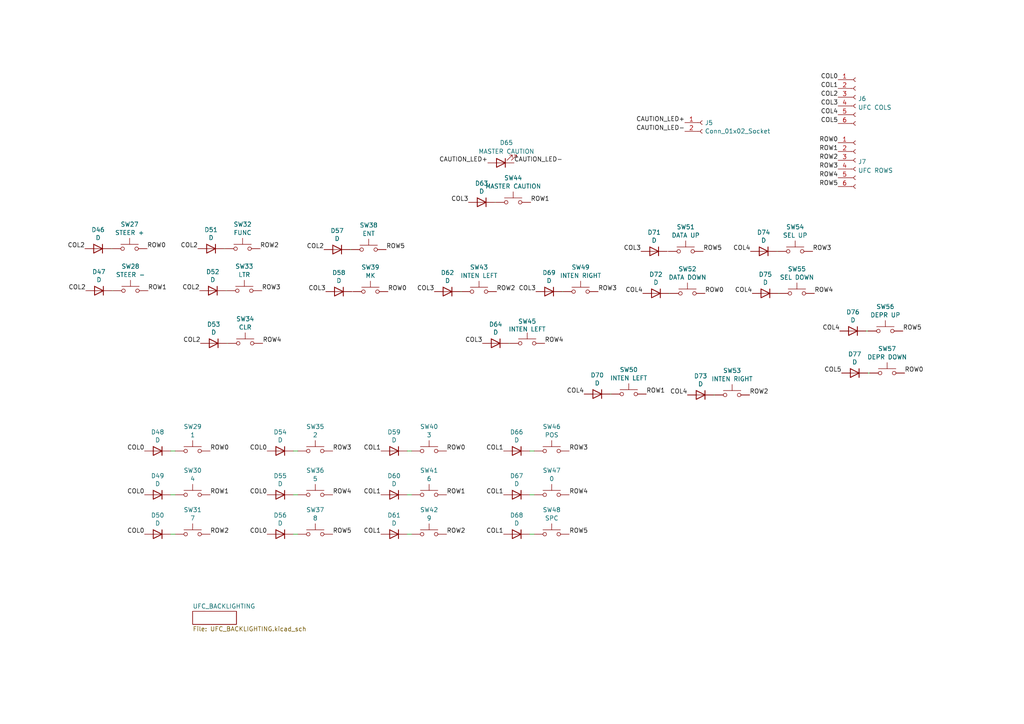
<source format=kicad_sch>
(kicad_sch (version 20230121) (generator eeschema)
  (paper "A4")
  (lib_symbols
    (symbol "Connector:Conn_01x02_Socket" (pin_names (offset 1.016) hide)
      (property "Reference" "J" (at 0 2.54 0))
      (property "Value" "Conn_01x02_Socket" (at 0 -5.08 0))
      (symbol "Conn_01x02_Socket_1_1"
        (arc (start 0 -2.032) (mid -0.5058 -2.54) (end 0 -3.048) (stroke (width 0.1524)))
        (polyline (pts (xy -1.27 -2.54) (xy -0.508 -2.54)) (stroke (width 0.1524)))
        (polyline (pts (xy -1.27 0) (xy -0.508 0)) (stroke (width 0.1524)))
        (arc (start 0 0.508) (mid -0.5058 0) (end 0 -0.508) (stroke (width 0.1524)))
        (pin passive line (at -5.08 0 0) (length 3.81) (name "Pin_1") (number "1"))
        (pin passive line (at -5.08 -2.54 0) (length 3.81) (name "Pin_2") (number "2"))
      )
    )
    (symbol "Connector:Conn_01x06_Female" (pin_names (offset 1.016) hide)
      (property "Reference" "J" (at 0 7.62 0))
      (property "Value" "Conn_01x06_Female" (at 0 -10.16 0))
      (symbol "Conn_01x06_Female_1_1"
        (arc (start 0 -7.112) (mid -0.5058 -7.62) (end 0 -8.128) (stroke (width 0.1524)))
        (arc (start 0 -4.572) (mid -0.5058 -5.08) (end 0 -5.588) (stroke (width 0.1524)))
        (arc (start 0 -2.032) (mid -0.5058 -2.54) (end 0 -3.048) (stroke (width 0.1524)))
        (polyline (pts (xy -1.27 -7.62) (xy -0.508 -7.62)) (stroke (width 0.1524)))
        (polyline (pts (xy -1.27 -5.08) (xy -0.508 -5.08)) (stroke (width 0.1524)))
        (polyline (pts (xy -1.27 -2.54) (xy -0.508 -2.54)) (stroke (width 0.1524)))
        (polyline (pts (xy -1.27 0) (xy -0.508 0)) (stroke (width 0.1524)))
        (polyline (pts (xy -1.27 2.54) (xy -0.508 2.54)) (stroke (width 0.1524)))
        (polyline (pts (xy -1.27 5.08) (xy -0.508 5.08)) (stroke (width 0.1524)))
        (arc (start 0 0.508) (mid -0.5058 0) (end 0 -0.508) (stroke (width 0.1524)))
        (arc (start 0 3.048) (mid -0.5058 2.54) (end 0 2.032) (stroke (width 0.1524)))
        (arc (start 0 5.588) (mid -0.5058 5.08) (end 0 4.572) (stroke (width 0.1524)))
        (pin passive line (at -5.08 5.08 0) (length 3.81) (name "Pin_1") (number "1"))
        (pin passive line (at -5.08 2.54 0) (length 3.81) (name "Pin_2") (number "2"))
        (pin passive line (at -5.08 0 0) (length 3.81) (name "Pin_3") (number "3"))
        (pin passive line (at -5.08 -2.54 0) (length 3.81) (name "Pin_4") (number "4"))
        (pin passive line (at -5.08 -5.08 0) (length 3.81) (name "Pin_5") (number "5"))
        (pin passive line (at -5.08 -7.62 0) (length 3.81) (name "Pin_6") (number "6"))
      )
    )
    (symbol "Device:D" (pin_numbers hide) (pin_names (offset 1.016) hide)
      (property "Reference" "D" (at 0 2.54 0))
      (property "Value" "D" (at 0 -2.54 0))
      (symbol "D_0_1"
        (polyline (pts (xy -1.27 1.27) (xy -1.27 -1.27)) (stroke (width 0.254)))
        (polyline (pts (xy 1.27 0) (xy -1.27 0)))
        (polyline (pts (xy 1.27 1.27) (xy 1.27 -1.27) (xy -1.27 0) (xy 1.27 1.27)) (stroke (width 0.254)))
      )
      (symbol "D_1_1"
        (pin passive line (at -3.81 0 0) (length 2.54) (name "K") (number "1"))
        (pin passive line (at 3.81 0 180) (length 2.54) (name "A") (number "2"))
      )
    )
    (symbol "Device:LED" (pin_numbers hide) (pin_names (offset 1.016) hide)
      (property "Reference" "D" (at 0 2.54 0))
      (property "Value" "LED" (at 0 -2.54 0))
      (symbol "LED_0_1"
        (polyline (pts (xy -1.27 -1.27) (xy -1.27 1.27)) (stroke (width 0.254)))
        (polyline (pts (xy -1.27 0) (xy 1.27 0)))
        (polyline (pts (xy 1.27 -1.27) (xy 1.27 1.27) (xy -1.27 0) (xy 1.27 -1.27)) (stroke (width 0.254)))
        (polyline (pts (xy -3.048 -0.762) (xy -4.572 -2.286) (xy -3.81 -2.286) (xy -4.572 -2.286) (xy -4.572 -1.524)))
        (polyline (pts (xy -1.778 -0.762) (xy -3.302 -2.286) (xy -2.54 -2.286) (xy -3.302 -2.286) (xy -3.302 -1.524)))
      )
      (symbol "LED_1_1"
        (pin passive line (at -3.81 0 0) (length 2.54) (name "K") (number "1"))
        (pin passive line (at 3.81 0 180) (length 2.54) (name "A") (number "2"))
      )
    )
    (symbol "Switch:SW_Push" (pin_numbers hide) (pin_names (offset 1.016) hide)
      (property "Reference" "SW" (at 1.27 2.54 0))
      (property "Value" "SW_Push" (at 0 -1.524 0))
      (symbol "SW_Push_0_1"
        (circle (center -2.032 0) (radius 0.508))
        (polyline (pts (xy 0 1.27) (xy 0 3.048)))
        (polyline (pts (xy 2.54 1.27) (xy -2.54 1.27)))
        (circle (center 2.032 0) (radius 0.508))
        (pin passive line (at -5.08 0 0) (length 2.54) (name "1") (number "1"))
        (pin passive line (at 5.08 0 180) (length 2.54) (name "2") (number "2"))
      )
    )
  )
  (wire (pts (xy 225.298 72.898) (xy 225.552 72.898)))
  (wire (pts (xy 49.53 130.81) (xy 50.8 130.81)))
  (wire (pts (xy 85.09 154.94) (xy 86.36 154.94)))
  (wire (pts (xy 118.11 154.94) (xy 119.38 154.94)))
  (wire (pts (xy 118.11 143.51) (xy 119.38 143.51)))
  (wire (pts (xy 251.206 96.012) (xy 251.714 96.012)))
  (wire (pts (xy 143.51 58.674) (xy 143.764 58.674)))
  (wire (pts (xy 65.532 84.328) (xy 65.786 84.328)))
  (wire (pts (xy 65.786 99.568) (xy 66.04 99.568)))
  (wire (pts (xy 101.6 72.39) (xy 101.854 72.39)))
  (wire (pts (xy 32.512 84.328) (xy 32.766 84.328)))
  (wire (pts (xy 85.09 130.81) (xy 86.36 130.81)))
  (wire (pts (xy 49.53 143.51) (xy 50.8 143.51)))
  (wire (pts (xy 147.574 99.568) (xy 147.828 99.568)))
  (wire (pts (xy 65.024 72.136) (xy 65.278 72.136)))
  (wire (pts (xy 153.67 143.51) (xy 154.94 143.51)))
  (wire (pts (xy 177.038 114.3) (xy 177.292 114.3)))
  (wire (pts (xy 251.714 108.204) (xy 252.222 108.204)))
  (wire (pts (xy 163.068 84.582) (xy 163.322 84.582)))
  (wire (pts (xy 49.53 154.94) (xy 50.8 154.94)))
  (wire (pts (xy 153.67 154.94) (xy 154.94 154.94)))
  (wire (pts (xy 225.806 85.09) (xy 226.06 85.09)))
  (wire (pts (xy 133.604 84.582) (xy 133.858 84.582)))
  (wire (pts (xy 118.11 130.81) (xy 119.38 130.81)))
  (wire (pts (xy 194.056 85.09) (xy 194.31 85.09)))
  (wire (pts (xy 32.258 72.136) (xy 32.512 72.136)))
  (wire (pts (xy 153.67 130.81) (xy 154.94 130.81)))
  (wire (pts (xy 207.01 114.554) (xy 207.264 114.554)))
  (wire (pts (xy 85.09 143.51) (xy 86.36 143.51)))
  (label "CAUTION_LED-" (at 198.628 38.1 180))
  (label "COL4" (at 243.078 33.274 180))
  (label "ROW5" (at 112.014 72.39 0))
  (label "COL0" (at 243.078 23.114 180))
  (label "ROW2" (at 60.96 154.94 0))
  (label "COL0" (at 41.91 154.94 180))
  (label "CAUTION_LED+" (at 198.628 35.56 180))
  (label "COL2" (at 243.078 28.194 180))
  (label "ROW3" (at 165.1 130.81 0))
  (label "ROW2" (at 144.018 84.582 0))
  (label "ROW0" (at 243.078 41.402 180))
  (label "COL4" (at 243.586 96.012 180))
  (label "CAUTION_LED-" (at 149.098 47.244 0))
  (label "ROW4" (at 243.078 51.562 180))
  (label "ROW5" (at 243.078 54.102 180))
  (label "ROW0" (at 42.672 72.136 0))
  (label "COL3" (at 185.928 72.898 180))
  (label "ROW4" (at 157.988 99.568 0))
  (label "COL3" (at 139.954 99.568 180))
  (label "COL3" (at 94.488 84.582 180))
  (label "COL0" (at 77.47 143.51 180))
  (label "COL4" (at 217.678 72.898 180))
  (label "ROW3" (at 96.52 130.81 0))
  (label "COL2" (at 93.98 72.39 180))
  (label "ROW1" (at 187.452 114.3 0))
  (label "ROW1" (at 42.926 84.328 0))
  (label "ROW2" (at 75.438 72.136 0))
  (label "COL2" (at 57.912 84.328 180))
  (label "ROW2" (at 243.078 46.482 180))
  (label "COL3" (at 135.89 58.674 180))
  (label "COL5" (at 243.078 35.814 180))
  (label "ROW4" (at 165.1 143.51 0))
  (label "COL1" (at 110.49 143.51 180))
  (label "COL1" (at 146.05 154.94 180))
  (label "COL2" (at 57.404 72.136 180))
  (label "COL1" (at 110.49 154.94 180))
  (label "ROW5" (at 165.1 154.94 0))
  (label "ROW3" (at 75.946 84.328 0))
  (label "COL1" (at 146.05 143.51 180))
  (label "ROW4" (at 76.2 99.568 0))
  (label "ROW0" (at 112.522 84.582 0))
  (label "COL1" (at 110.49 130.81 180))
  (label "ROW5" (at 203.962 72.898 0))
  (label "COL4" (at 199.39 114.554 180))
  (label "COL3" (at 125.984 84.582 180))
  (label "COL1" (at 243.078 25.654 180))
  (label "COL4" (at 186.436 85.09 180))
  (label "ROW2" (at 129.54 154.94 0))
  (label "COL0" (at 77.47 154.94 180))
  (label "ROW3" (at 243.078 49.022 180))
  (label "COL5" (at 244.094 108.204 180))
  (label "ROW4" (at 96.52 143.51 0))
  (label "COL0" (at 41.91 143.51 180))
  (label "ROW1" (at 153.924 58.674 0))
  (label "ROW1" (at 60.96 143.51 0))
  (label "ROW0" (at 60.96 130.81 0))
  (label "COL2" (at 24.638 72.136 180))
  (label "ROW3" (at 173.482 84.582 0))
  (label "ROW3" (at 235.712 72.898 0))
  (label "COL0" (at 41.91 130.81 180))
  (label "COL4" (at 218.186 85.09 180))
  (label "ROW0" (at 262.382 108.204 0))
  (label "ROW0" (at 204.47 85.09 0))
  (label "COL3" (at 243.078 30.734 180))
  (label "COL1" (at 146.05 130.81 180))
  (label "COL3" (at 155.448 84.582 180))
  (label "ROW0" (at 129.54 130.81 0))
  (label "COL2" (at 24.892 84.328 180))
  (label "ROW1" (at 129.54 143.51 0))
  (label "ROW1" (at 243.078 43.942 180))
  (label "ROW2" (at 217.424 114.554 0))
  (label "CAUTION_LED+" (at 141.478 47.244 180))
  (label "ROW5" (at 96.52 154.94 0))
  (label "COL0" (at 77.47 130.81 180))
  (label "COL4" (at 169.418 114.3 180))
  (label "ROW5" (at 261.874 96.012 0))
  (label "ROW4" (at 236.22 85.09 0))
  (label "COL2" (at 58.166 99.568 180))
  (symbol (lib_id "Device:D") (at 221.488 72.898 0) (mirror y) (unit 1)
    (property "Reference" "D74" (at 221.488 67.4116 0))
    (property "Value" "D" (at 221.488 69.723 0))
    (property "Footprint" "Diode_THT:D_A-405_P7.62mm_Horizontal" (effects hide))
  )
  (symbol (lib_id "Device:D") (at 114.3 143.51 0) (mirror y) (unit 1)
    (property "Reference" "D60" (at 114.3 138.0236 0))
    (property "Value" "D" (at 114.3 140.335 0))
    (property "Footprint" "Diode_THT:D_A-405_P7.62mm_Horizontal" (effects hide))
  )
  (symbol (lib_id "Device:D") (at 61.214 72.136 0) (mirror y) (unit 1)
    (property "Reference" "D51" (at 61.214 66.6496 0))
    (property "Value" "D" (at 61.214 68.961 0))
    (property "Footprint" "Diode_THT:D_A-405_P7.62mm_Horizontal" (effects hide))
  )
  (symbol (lib_id "Switch:SW_Push") (at 124.46 143.51 0) (unit 1)
    (property "Reference" "SW41" (at 124.46 136.4447 0))
    (property "Value" "6" (at 124.46 138.8689 0))
    (property "Footprint" "Button_Switch_THT:SW_PUSH-12mm" (effects hide))
  )
  (symbol (lib_id "Device:D") (at 149.86 154.94 0) (mirror y) (unit 1)
    (property "Reference" "D68" (at 149.86 149.4536 0))
    (property "Value" "D" (at 149.86 151.765 0))
    (property "Footprint" "Diode_THT:D_A-405_P7.62mm_Horizontal" (effects hide))
  )
  (symbol (lib_id "Switch:SW_Push") (at 230.632 72.898 0) (unit 1)
    (property "Reference" "SW54" (at 230.632 65.8327 0))
    (property "Value" "SEL UP" (at 230.632 68.2569 0))
    (property "Footprint" "Button_Switch_THT:SW_PUSH-12mm" (effects hide))
  )
  (symbol (lib_id "Switch:SW_Push") (at 160.02 130.81 0) (unit 1)
    (property "Reference" "SW46" (at 160.02 123.7447 0))
    (property "Value" "POS" (at 160.02 126.1689 0))
    (property "Footprint" "Button_Switch_THT:SW_PUSH-12mm" (effects hide))
  )
  (symbol (lib_id "Device:D") (at 221.996 85.09 0) (mirror y) (unit 1)
    (property "Reference" "D75" (at 221.996 79.6036 0))
    (property "Value" "D" (at 221.996 81.915 0))
    (property "Footprint" "Diode_THT:D_A-405_P7.62mm_Horizontal" (effects hide))
  )
  (symbol (lib_id "Connector:Conn_01x02_Socket") (at 203.708 35.56 0) (unit 1)
    (property "Reference" "J5" (at 204.4192 35.6179 0) (effects (justify left)))
    (property "Value" "Conn_01x02_Socket" (at 204.4192 38.0421 0) (effects (justify left)))
    (property "Footprint" "Connector_Molex:Molex_KK-254_AE-6410-02A_1x02_P2.54mm_Vertical" (effects hide))
  )
  (symbol (lib_id "Device:D") (at 173.228 114.3 0) (mirror y) (unit 1)
    (property "Reference" "D70" (at 173.228 108.8136 0))
    (property "Value" "D" (at 173.228 111.125 0))
    (property "Footprint" "Diode_THT:D_A-405_P7.62mm_Horizontal" (effects hide))
  )
  (symbol (lib_id "Device:D") (at 114.3 130.81 0) (mirror y) (unit 1)
    (property "Reference" "D59" (at 114.3 125.3236 0))
    (property "Value" "D" (at 114.3 127.635 0))
    (property "Footprint" "Diode_THT:D_A-405_P7.62mm_Horizontal" (effects hide))
  )
  (symbol (lib_id "Switch:SW_Push") (at 257.302 108.204 0) (unit 1)
    (property "Reference" "SW57" (at 257.302 101.1387 0))
    (property "Value" "DEPR DOWN" (at 257.302 103.5629 0))
    (property "Footprint" "Button_Switch_THT:SW_PUSH-12mm" (effects hide))
  )
  (symbol (lib_id "Device:D") (at 28.702 84.328 0) (mirror y) (unit 1)
    (property "Reference" "D47" (at 28.702 78.8416 0))
    (property "Value" "D" (at 28.702 81.153 0))
    (property "Footprint" "Diode_THT:D_A-405_P7.62mm_Horizontal" (effects hide))
  )
  (symbol (lib_id "Switch:SW_Push") (at 37.846 84.328 0) (unit 1)
    (property "Reference" "SW28" (at 37.846 77.2627 0))
    (property "Value" "STEER -" (at 37.846 79.6869 0))
    (property "Footprint" "Button_Switch_THT:SW_PUSH-12mm" (effects hide))
  )
  (symbol (lib_id "Device:D") (at 98.298 84.582 0) (mirror y) (unit 1)
    (property "Reference" "D58" (at 98.298 79.0956 0))
    (property "Value" "D" (at 98.298 81.407 0))
    (property "Footprint" "Diode_THT:D_A-405_P7.62mm_Horizontal" (effects hide))
  )
  (symbol (lib_id "Switch:SW_Push") (at 70.358 72.136 0) (unit 1)
    (property "Reference" "SW32" (at 70.358 65.0707 0))
    (property "Value" "FUNC" (at 70.358 67.4949 0))
    (property "Footprint" "Button_Switch_THT:SW_PUSH-12mm" (effects hide))
  )
  (symbol (lib_id "Switch:SW_Push") (at 182.372 114.3 0) (unit 1)
    (property "Reference" "SW50" (at 182.372 107.2347 0))
    (property "Value" "INTEN LEFT" (at 182.372 109.6589 0))
    (property "Footprint" "Button_Switch_THT:SW_PUSH-12mm" (effects hide))
  )
  (symbol (lib_id "Device:D") (at 45.72 143.51 0) (mirror y) (unit 1)
    (property "Reference" "D49" (at 45.72 138.0236 0))
    (property "Value" "D" (at 45.72 140.335 0))
    (property "Footprint" "Diode_THT:D_A-405_P7.62mm_Horizontal" (effects hide))
  )
  (symbol (lib_id "Device:D") (at 28.448 72.136 0) (mirror y) (unit 1)
    (property "Reference" "D46" (at 28.448 66.6496 0))
    (property "Value" "D" (at 28.448 68.961 0))
    (property "Footprint" "Diode_THT:D_A-405_P7.62mm_Horizontal" (effects hide))
  )
  (symbol (lib_id "Device:LED") (at 145.288 47.244 180) (unit 1)
    (property "Reference" "D65" (at 146.8755 41.3852 0))
    (property "Value" "MASTER CAUTION" (at 146.8755 43.9221 0))
    (property "Footprint" "Connector_Molex:Molex_KK-254_AE-6410-02A_1x02_P2.54mm_Vertical" (effects hide))
  )
  (symbol (lib_id "Device:D") (at 114.3 154.94 0) (mirror y) (unit 1)
    (property "Reference" "D61" (at 114.3 149.4536 0))
    (property "Value" "D" (at 114.3 151.765 0))
    (property "Footprint" "Diode_THT:D_A-405_P7.62mm_Horizontal" (effects hide))
  )
  (symbol (lib_id "Switch:SW_Push") (at 71.12 99.568 0) (unit 1)
    (property "Reference" "SW34" (at 71.12 92.5027 0))
    (property "Value" "CLR" (at 71.12 94.9269 0))
    (property "Footprint" "Button_Switch_THT:SW_PUSH-12mm" (effects hide))
  )
  (symbol (lib_id "Device:D") (at 247.904 108.204 0) (mirror y) (unit 1)
    (property "Reference" "D77" (at 247.904 102.7176 0))
    (property "Value" "D" (at 247.904 105.029 0))
    (property "Footprint" "Diode_THT:D_A-405_P7.62mm_Horizontal" (effects hide))
  )
  (symbol (lib_id "Switch:SW_Push") (at 70.866 84.328 0) (unit 1)
    (property "Reference" "SW33" (at 70.866 77.2627 0))
    (property "Value" "LTR" (at 70.866 79.6869 0))
    (property "Footprint" "Button_Switch_THT:SW_PUSH-12mm" (effects hide))
  )
  (symbol (lib_id "Device:D") (at 149.86 143.51 0) (mirror y) (unit 1)
    (property "Reference" "D67" (at 149.86 138.0236 0))
    (property "Value" "D" (at 149.86 140.335 0))
    (property "Footprint" "Diode_THT:D_A-405_P7.62mm_Horizontal" (effects hide))
  )
  (symbol (lib_id "Device:D") (at 189.738 72.898 0) (mirror y) (unit 1)
    (property "Reference" "D71" (at 189.738 67.4116 0))
    (property "Value" "D" (at 189.738 69.723 0))
    (property "Footprint" "Diode_THT:D_A-405_P7.62mm_Horizontal" (effects hide))
  )
  (symbol (lib_id "Device:D") (at 45.72 130.81 0) (mirror y) (unit 1)
    (property "Reference" "D48" (at 45.72 125.3236 0))
    (property "Value" "D" (at 45.72 127.635 0))
    (property "Footprint" "Diode_THT:D_A-405_P7.62mm_Horizontal" (effects hide))
  )
  (symbol (lib_id "Device:D") (at 81.28 130.81 0) (mirror y) (unit 1)
    (property "Reference" "D54" (at 81.28 125.3236 0))
    (property "Value" "D" (at 81.28 127.635 0))
    (property "Footprint" "Diode_THT:D_A-405_P7.62mm_Horizontal" (effects hide))
  )
  (symbol (lib_id "Device:D") (at 61.976 99.568 0) (mirror y) (unit 1)
    (property "Reference" "D53" (at 61.976 94.0816 0))
    (property "Value" "D" (at 61.976 96.393 0))
    (property "Footprint" "Diode_THT:D_A-405_P7.62mm_Horizontal" (effects hide))
  )
  (symbol (lib_id "Switch:SW_Push") (at 199.39 85.09 0) (unit 1)
    (property "Reference" "SW52" (at 199.39 78.0247 0))
    (property "Value" "DATA DOWN" (at 199.39 80.4489 0))
    (property "Footprint" "Button_Switch_THT:SW_PUSH-12mm" (effects hide))
  )
  (symbol (lib_id "Switch:SW_Push") (at 91.44 154.94 0) (unit 1)
    (property "Reference" "SW37" (at 91.44 147.8747 0))
    (property "Value" "8" (at 91.44 150.2989 0))
    (property "Footprint" "Button_Switch_THT:SW_PUSH-12mm" (effects hide))
  )
  (symbol (lib_id "Device:D") (at 190.246 85.09 0) (mirror y) (unit 1)
    (property "Reference" "D72" (at 190.246 79.6036 0))
    (property "Value" "D" (at 190.246 81.915 0))
    (property "Footprint" "Diode_THT:D_A-405_P7.62mm_Horizontal" (effects hide))
  )
  (symbol (lib_id "Switch:SW_Push") (at 124.46 154.94 0) (unit 1)
    (property "Reference" "SW42" (at 124.46 147.8747 0))
    (property "Value" "9" (at 124.46 150.2989 0))
    (property "Footprint" "Button_Switch_THT:SW_PUSH-12mm" (effects hide))
  )
  (symbol (lib_id "Connector:Conn_01x06_Female") (at 248.158 46.482 0) (unit 1)
    (property "Reference" "J7" (at 248.8692 46.9173 0) (effects (justify left)))
    (property "Value" "UFC ROWS" (at 248.8692 49.4542 0) (effects (justify left)))
    (property "Footprint" "Connector_Molex:Molex_KK-254_AE-6410-06A_1x06_P2.54mm_Vertical" (effects hide))
  )
  (symbol (lib_id "Device:D") (at 143.764 99.568 0) (mirror y) (unit 1)
    (property "Reference" "D64" (at 143.764 94.0816 0))
    (property "Value" "D" (at 143.764 96.393 0))
    (property "Footprint" "Diode_THT:D_A-405_P7.62mm_Horizontal" (effects hide))
  )
  (symbol (lib_id "Device:D") (at 61.722 84.328 0) (mirror y) (unit 1)
    (property "Reference" "D52" (at 61.722 78.8416 0))
    (property "Value" "D" (at 61.722 81.153 0))
    (property "Footprint" "Diode_THT:D_A-405_P7.62mm_Horizontal" (effects hide))
  )
  (symbol (lib_id "Switch:SW_Push") (at 198.882 72.898 0) (unit 1)
    (property "Reference" "SW51" (at 198.882 65.8327 0))
    (property "Value" "DATA UP" (at 198.882 68.2569 0))
    (property "Footprint" "Button_Switch_THT:SW_PUSH-12mm" (effects hide))
  )
  (symbol (lib_id "Device:D") (at 81.28 143.51 0) (mirror y) (unit 1)
    (property "Reference" "D55" (at 81.28 138.0236 0))
    (property "Value" "D" (at 81.28 140.335 0))
    (property "Footprint" "Diode_THT:D_A-405_P7.62mm_Horizontal" (effects hide))
  )
  (symbol (lib_id "Switch:SW_Push") (at 256.794 96.012 0) (unit 1)
    (property "Reference" "SW56" (at 256.794 88.9467 0))
    (property "Value" "DEPR UP" (at 256.794 91.3709 0))
    (property "Footprint" "Button_Switch_THT:SW_PUSH-12mm" (effects hide))
  )
  (symbol (lib_id "Switch:SW_Push") (at 37.592 72.136 0) (unit 1)
    (property "Reference" "SW27" (at 37.592 65.0707 0))
    (property "Value" "STEER +" (at 37.592 67.4949 0))
    (property "Footprint" "Button_Switch_THT:SW_PUSH-12mm" (effects hide))
  )
  (symbol (lib_id "Connector:Conn_01x06_Female") (at 248.158 28.194 0) (unit 1)
    (property "Reference" "J6" (at 248.8692 28.6293 0) (effects (justify left)))
    (property "Value" "UFC COLS" (at 248.8692 31.1662 0) (effects (justify left)))
    (property "Footprint" "Connector_Molex:Molex_KK-254_AE-6410-06A_1x06_P2.54mm_Vertical" (effects hide))
  )
  (symbol (lib_id "Switch:SW_Push") (at 160.02 154.94 0) (unit 1)
    (property "Reference" "SW48" (at 160.02 147.8747 0))
    (property "Value" "SPC" (at 160.02 150.2989 0))
    (property "Footprint" "Button_Switch_THT:SW_PUSH-12mm" (effects hide))
  )
  (symbol (lib_id "Switch:SW_Push") (at 55.88 130.81 0) (unit 1)
    (property "Reference" "SW29" (at 55.88 123.7447 0))
    (property "Value" "1" (at 55.88 126.1689 0))
    (property "Footprint" "Button_Switch_THT:SW_PUSH-12mm" (effects hide))
  )
  (symbol (lib_id "Switch:SW_Push") (at 160.02 143.51 0) (unit 1)
    (property "Reference" "SW47" (at 160.02 136.4447 0))
    (property "Value" "0" (at 160.02 138.8689 0))
    (property "Footprint" "Button_Switch_THT:SW_PUSH-12mm" (effects hide))
  )
  (symbol (lib_id "Device:D") (at 139.7 58.674 0) (mirror y) (unit 1)
    (property "Reference" "D63" (at 139.7 53.1876 0))
    (property "Value" "D" (at 139.7 55.499 0))
    (property "Footprint" "Diode_THT:D_A-405_P7.62mm_Horizontal" (effects hide))
  )
  (symbol (lib_id "Switch:SW_Push") (at 91.44 143.51 0) (unit 1)
    (property "Reference" "SW36" (at 91.44 136.4447 0))
    (property "Value" "5" (at 91.44 138.8689 0))
    (property "Footprint" "Button_Switch_THT:SW_PUSH-12mm" (effects hide))
  )
  (symbol (lib_id "Device:D") (at 159.258 84.582 0) (mirror y) (unit 1)
    (property "Reference" "D69" (at 159.258 79.0956 0))
    (property "Value" "D" (at 159.258 81.407 0))
    (property "Footprint" "Diode_THT:D_A-405_P7.62mm_Horizontal" (effects hide))
  )
  (symbol (lib_id "Switch:SW_Push") (at 55.88 143.51 0) (unit 1)
    (property "Reference" "SW30" (at 55.88 136.4447 0))
    (property "Value" "4" (at 55.88 138.8689 0))
    (property "Footprint" "Button_Switch_THT:SW_PUSH-12mm" (effects hide))
  )
  (symbol (lib_id "Switch:SW_Push") (at 106.934 72.39 0) (unit 1)
    (property "Reference" "SW38" (at 106.934 65.3247 0))
    (property "Value" "ENT" (at 106.934 67.7489 0))
    (property "Footprint" "Button_Switch_THT:SW_PUSH-12mm" (effects hide))
  )
  (symbol (lib_id "Device:D") (at 97.79 72.39 0) (mirror y) (unit 1)
    (property "Reference" "D57" (at 97.79 66.9036 0))
    (property "Value" "D" (at 97.79 69.215 0))
    (property "Footprint" "Diode_THT:D_A-405_P7.62mm_Horizontal" (effects hide))
  )
  (symbol (lib_id "Switch:SW_Push") (at 107.442 84.582 0) (unit 1)
    (property "Reference" "SW39" (at 107.442 77.5167 0))
    (property "Value" "MK" (at 107.442 79.9409 0))
    (property "Footprint" "Button_Switch_THT:SW_PUSH-12mm" (effects hide))
  )
  (symbol (lib_id "Device:D") (at 203.2 114.554 0) (mirror y) (unit 1)
    (property "Reference" "D73" (at 203.2 109.0676 0))
    (property "Value" "D" (at 203.2 111.379 0))
    (property "Footprint" "Diode_THT:D_A-405_P7.62mm_Horizontal" (effects hide))
  )
  (symbol (lib_id "Switch:SW_Push") (at 168.402 84.582 0) (unit 1)
    (property "Reference" "SW49" (at 168.402 77.5167 0))
    (property "Value" "INTEN RIGHT" (at 168.402 79.9409 0))
    (property "Footprint" "Button_Switch_THT:SW_PUSH-12mm" (effects hide))
  )
  (symbol (lib_id "Device:D") (at 247.396 96.012 0) (mirror y) (unit 1)
    (property "Reference" "D76" (at 247.396 90.5256 0))
    (property "Value" "D" (at 247.396 92.837 0))
    (property "Footprint" "Diode_THT:D_A-405_P7.62mm_Horizontal" (effects hide))
  )
  (symbol (lib_id "Device:D") (at 149.86 130.81 0) (mirror y) (unit 1)
    (property "Reference" "D66" (at 149.86 125.3236 0))
    (property "Value" "D" (at 149.86 127.635 0))
    (property "Footprint" "Diode_THT:D_A-405_P7.62mm_Horizontal" (effects hide))
  )
  (symbol (lib_id "Switch:SW_Push") (at 55.88 154.94 0) (unit 1)
    (property "Reference" "SW31" (at 55.88 147.8747 0))
    (property "Value" "7" (at 55.88 150.2989 0))
    (property "Footprint" "Button_Switch_THT:SW_PUSH-12mm" (effects hide))
  )
  (symbol (lib_id "Device:D") (at 129.794 84.582 0) (mirror y) (unit 1)
    (property "Reference" "D62" (at 129.794 79.0956 0))
    (property "Value" "D" (at 129.794 81.407 0))
    (property "Footprint" "Diode_THT:D_A-405_P7.62mm_Horizontal" (effects hide))
  )
  (symbol (lib_id "Device:D") (at 45.72 154.94 0) (mirror y) (unit 1)
    (property "Reference" "D50" (at 45.72 149.4536 0))
    (property "Value" "D" (at 45.72 151.765 0))
    (property "Footprint" "Diode_THT:D_A-405_P7.62mm_Horizontal" (effects hide))
  )
  (symbol (lib_id "Switch:SW_Push") (at 212.344 114.554 0) (unit 1)
    (property "Reference" "SW53" (at 212.344 107.4887 0))
    (property "Value" "INTEN RIGHT" (at 212.344 109.9129 0))
    (property "Footprint" "Button_Switch_THT:SW_PUSH-12mm" (effects hide))
  )
  (symbol (lib_id "Switch:SW_Push") (at 138.938 84.582 0) (unit 1)
    (property "Reference" "SW43" (at 138.938 77.5167 0))
    (property "Value" "INTEN LEFT" (at 138.938 79.9409 0))
    (property "Footprint" "Button_Switch_THT:SW_PUSH-12mm" (effects hide))
  )
  (symbol (lib_id "Switch:SW_Push") (at 152.908 99.568 0) (unit 1)
    (property "Reference" "SW45" (at 152.908 93.218 0))
    (property "Value" "INTEN LEFT" (at 152.908 95.4841 0))
    (property "Footprint" "Button_Switch_THT:SW_PUSH-12mm" (effects hide))
  )
  (symbol (lib_id "Switch:SW_Push") (at 148.844 58.674 0) (unit 1)
    (property "Reference" "SW44" (at 148.844 51.6087 0))
    (property "Value" "MASTER CAUTION" (at 148.844 54.0329 0))
    (property "Footprint" "Connector_Molex:Molex_KK-254_AE-6410-02A_1x02_P2.54mm_Vertical" (effects hide))
  )
  (symbol (lib_id "Switch:SW_Push") (at 231.14 85.09 0) (unit 1)
    (property "Reference" "SW55" (at 231.14 78.0247 0))
    (property "Value" "SEL DOWN" (at 231.14 80.4489 0))
    (property "Footprint" "Button_Switch_THT:SW_PUSH-12mm" (effects hide))
  )
  (symbol (lib_id "Device:D") (at 81.28 154.94 0) (mirror y) (unit 1)
    (property "Reference" "D56" (at 81.28 149.4536 0))
    (property "Value" "D" (at 81.28 151.765 0))
    (property "Footprint" "Diode_THT:D_A-405_P7.62mm_Horizontal" (effects hide))
  )
  (symbol (lib_id "Switch:SW_Push") (at 91.44 130.81 0) (unit 1)
    (property "Reference" "SW35" (at 91.44 123.7447 0))
    (property "Value" "2" (at 91.44 126.1689 0))
    (property "Footprint" "Button_Switch_THT:SW_PUSH-12mm" (effects hide))
  )
  (symbol (lib_id "Switch:SW_Push") (at 124.46 130.81 0) (unit 1)
    (property "Reference" "SW40" (at 124.46 123.7447 0))
    (property "Value" "3" (at 124.46 126.1689 0))
    (property "Footprint" "Button_Switch_THT:SW_PUSH-12mm" (effects hide))
  )
  (sheet (at 55.88 177.292) (size 12.7 3.81) (stroke (width 0.1524))
    (property "Sheetname" "UFC_BACKLIGHTING" (at 55.88 176.5804 0) (effects (justify left bottom)))
    (property "Sheetfile" "UFC_BACKLIGHTING.kicad_sch" (at 55.88 181.6866 0) (effects (justify left top)))
  )
)
</source>
